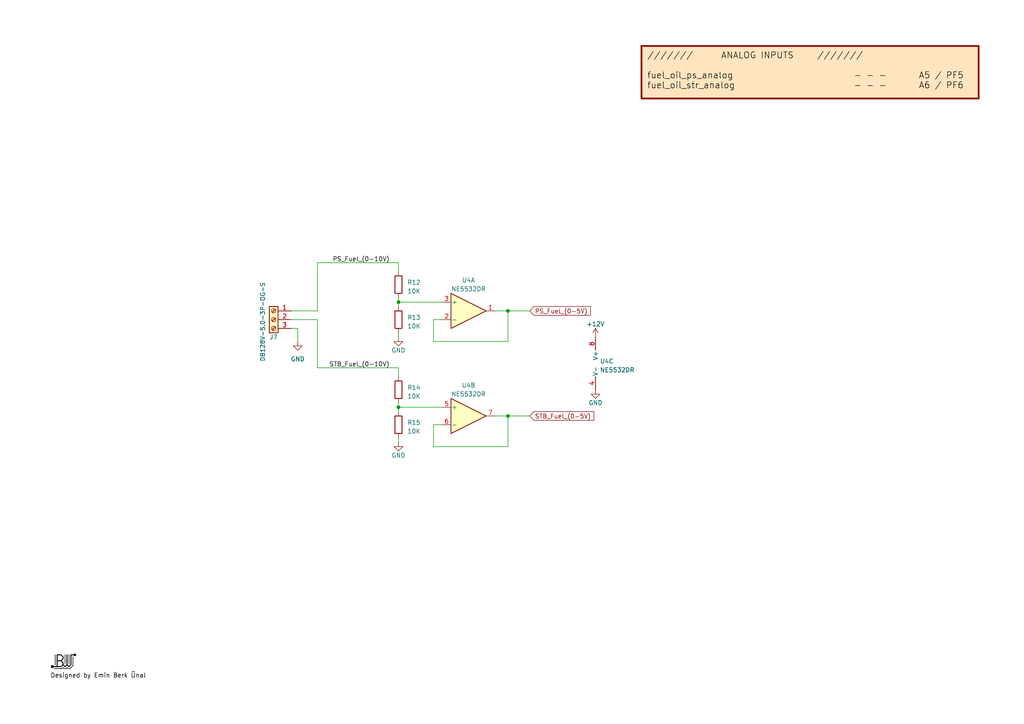
<source format=kicad_sch>
(kicad_sch (version 20230121) (generator eeschema)

  (uuid c1a5f150-28aa-4a69-8597-aad5ef29f966)

  (paper "A4")

  (title_block
    (title "Fuel Measurement")
    (date "2023-05-16")
    (rev "2")
    (company "OES Maritime Systems Eng. Ltd. Sti.")
  )

  (lib_symbols
    (symbol "Amplifier_Operational:LM358" (pin_names (offset 0.127)) (in_bom yes) (on_board yes)
      (property "Reference" "U" (at 0 5.08 0)
        (effects (font (size 1.27 1.27)) (justify left))
      )
      (property "Value" "LM358" (at 0 -5.08 0)
        (effects (font (size 1.27 1.27)) (justify left))
      )
      (property "Footprint" "" (at 0 0 0)
        (effects (font (size 1.27 1.27)) hide)
      )
      (property "Datasheet" "http://www.ti.com/lit/ds/symlink/lm2904-n.pdf" (at 0 0 0)
        (effects (font (size 1.27 1.27)) hide)
      )
      (property "ki_locked" "" (at 0 0 0)
        (effects (font (size 1.27 1.27)))
      )
      (property "ki_keywords" "dual opamp" (at 0 0 0)
        (effects (font (size 1.27 1.27)) hide)
      )
      (property "ki_description" "Low-Power, Dual Operational Amplifiers, DIP-8/SOIC-8/TO-99-8" (at 0 0 0)
        (effects (font (size 1.27 1.27)) hide)
      )
      (property "ki_fp_filters" "SOIC*3.9x4.9mm*P1.27mm* DIP*W7.62mm* TO*99* OnSemi*Micro8* TSSOP*3x3mm*P0.65mm* TSSOP*4.4x3mm*P0.65mm* MSOP*3x3mm*P0.65mm* SSOP*3.9x4.9mm*P0.635mm* LFCSP*2x2mm*P0.5mm* *SIP* SOIC*5.3x6.2mm*P1.27mm*" (at 0 0 0)
        (effects (font (size 1.27 1.27)) hide)
      )
      (symbol "LM358_1_1"
        (polyline
          (pts
            (xy -5.08 5.08)
            (xy 5.08 0)
            (xy -5.08 -5.08)
            (xy -5.08 5.08)
          )
          (stroke (width 0.254) (type default))
          (fill (type background))
        )
        (pin output line (at 7.62 0 180) (length 2.54)
          (name "~" (effects (font (size 1.27 1.27))))
          (number "1" (effects (font (size 1.27 1.27))))
        )
        (pin input line (at -7.62 -2.54 0) (length 2.54)
          (name "-" (effects (font (size 1.27 1.27))))
          (number "2" (effects (font (size 1.27 1.27))))
        )
        (pin input line (at -7.62 2.54 0) (length 2.54)
          (name "+" (effects (font (size 1.27 1.27))))
          (number "3" (effects (font (size 1.27 1.27))))
        )
      )
      (symbol "LM358_2_1"
        (polyline
          (pts
            (xy -5.08 5.08)
            (xy 5.08 0)
            (xy -5.08 -5.08)
            (xy -5.08 5.08)
          )
          (stroke (width 0.254) (type default))
          (fill (type background))
        )
        (pin input line (at -7.62 2.54 0) (length 2.54)
          (name "+" (effects (font (size 1.27 1.27))))
          (number "5" (effects (font (size 1.27 1.27))))
        )
        (pin input line (at -7.62 -2.54 0) (length 2.54)
          (name "-" (effects (font (size 1.27 1.27))))
          (number "6" (effects (font (size 1.27 1.27))))
        )
        (pin output line (at 7.62 0 180) (length 2.54)
          (name "~" (effects (font (size 1.27 1.27))))
          (number "7" (effects (font (size 1.27 1.27))))
        )
      )
      (symbol "LM358_3_1"
        (pin power_in line (at -2.54 -7.62 90) (length 3.81)
          (name "V-" (effects (font (size 1.27 1.27))))
          (number "4" (effects (font (size 1.27 1.27))))
        )
        (pin power_in line (at -2.54 7.62 270) (length 3.81)
          (name "V+" (effects (font (size 1.27 1.27))))
          (number "8" (effects (font (size 1.27 1.27))))
        )
      )
    )
    (symbol "Connector:Screw_Terminal_01x03" (pin_names (offset 1.016) hide) (in_bom yes) (on_board yes)
      (property "Reference" "J" (at 0 5.08 0)
        (effects (font (size 1.27 1.27)))
      )
      (property "Value" "Screw_Terminal_01x03" (at 0 -5.08 0)
        (effects (font (size 1.27 1.27)))
      )
      (property "Footprint" "" (at 0 0 0)
        (effects (font (size 1.27 1.27)) hide)
      )
      (property "Datasheet" "~" (at 0 0 0)
        (effects (font (size 1.27 1.27)) hide)
      )
      (property "ki_keywords" "screw terminal" (at 0 0 0)
        (effects (font (size 1.27 1.27)) hide)
      )
      (property "ki_description" "Generic screw terminal, single row, 01x03, script generated (kicad-library-utils/schlib/autogen/connector/)" (at 0 0 0)
        (effects (font (size 1.27 1.27)) hide)
      )
      (property "ki_fp_filters" "TerminalBlock*:*" (at 0 0 0)
        (effects (font (size 1.27 1.27)) hide)
      )
      (symbol "Screw_Terminal_01x03_1_1"
        (rectangle (start -1.27 3.81) (end 1.27 -3.81)
          (stroke (width 0.254) (type default))
          (fill (type background))
        )
        (circle (center 0 -2.54) (radius 0.635)
          (stroke (width 0.1524) (type default))
          (fill (type none))
        )
        (polyline
          (pts
            (xy -0.5334 -2.2098)
            (xy 0.3302 -3.048)
          )
          (stroke (width 0.1524) (type default))
          (fill (type none))
        )
        (polyline
          (pts
            (xy -0.5334 0.3302)
            (xy 0.3302 -0.508)
          )
          (stroke (width 0.1524) (type default))
          (fill (type none))
        )
        (polyline
          (pts
            (xy -0.5334 2.8702)
            (xy 0.3302 2.032)
          )
          (stroke (width 0.1524) (type default))
          (fill (type none))
        )
        (polyline
          (pts
            (xy -0.3556 -2.032)
            (xy 0.508 -2.8702)
          )
          (stroke (width 0.1524) (type default))
          (fill (type none))
        )
        (polyline
          (pts
            (xy -0.3556 0.508)
            (xy 0.508 -0.3302)
          )
          (stroke (width 0.1524) (type default))
          (fill (type none))
        )
        (polyline
          (pts
            (xy -0.3556 3.048)
            (xy 0.508 2.2098)
          )
          (stroke (width 0.1524) (type default))
          (fill (type none))
        )
        (circle (center 0 0) (radius 0.635)
          (stroke (width 0.1524) (type default))
          (fill (type none))
        )
        (circle (center 0 2.54) (radius 0.635)
          (stroke (width 0.1524) (type default))
          (fill (type none))
        )
        (pin passive line (at -5.08 2.54 0) (length 3.81)
          (name "Pin_1" (effects (font (size 1.27 1.27))))
          (number "1" (effects (font (size 1.27 1.27))))
        )
        (pin passive line (at -5.08 0 0) (length 3.81)
          (name "Pin_2" (effects (font (size 1.27 1.27))))
          (number "2" (effects (font (size 1.27 1.27))))
        )
        (pin passive line (at -5.08 -2.54 0) (length 3.81)
          (name "Pin_3" (effects (font (size 1.27 1.27))))
          (number "3" (effects (font (size 1.27 1.27))))
        )
      )
    )
    (symbol "Device:R" (pin_numbers hide) (pin_names (offset 0)) (in_bom yes) (on_board yes)
      (property "Reference" "R" (at 2.032 0 90)
        (effects (font (size 1.27 1.27)))
      )
      (property "Value" "R" (at 0 0 90)
        (effects (font (size 1.27 1.27)))
      )
      (property "Footprint" "" (at -1.778 0 90)
        (effects (font (size 1.27 1.27)) hide)
      )
      (property "Datasheet" "~" (at 0 0 0)
        (effects (font (size 1.27 1.27)) hide)
      )
      (property "ki_keywords" "R res resistor" (at 0 0 0)
        (effects (font (size 1.27 1.27)) hide)
      )
      (property "ki_description" "Resistor" (at 0 0 0)
        (effects (font (size 1.27 1.27)) hide)
      )
      (property "ki_fp_filters" "R_*" (at 0 0 0)
        (effects (font (size 1.27 1.27)) hide)
      )
      (symbol "R_0_1"
        (rectangle (start -1.016 -2.54) (end 1.016 2.54)
          (stroke (width 0.254) (type default))
          (fill (type none))
        )
      )
      (symbol "R_1_1"
        (pin passive line (at 0 3.81 270) (length 1.27)
          (name "~" (effects (font (size 1.27 1.27))))
          (number "1" (effects (font (size 1.27 1.27))))
        )
        (pin passive line (at 0 -3.81 90) (length 1.27)
          (name "~" (effects (font (size 1.27 1.27))))
          (number "2" (effects (font (size 1.27 1.27))))
        )
      )
    )
    (symbol "power:+12V" (power) (pin_names (offset 0)) (in_bom yes) (on_board yes)
      (property "Reference" "#PWR" (at 0 -3.81 0)
        (effects (font (size 1.27 1.27)) hide)
      )
      (property "Value" "+12V" (at 0 3.556 0)
        (effects (font (size 1.27 1.27)))
      )
      (property "Footprint" "" (at 0 0 0)
        (effects (font (size 1.27 1.27)) hide)
      )
      (property "Datasheet" "" (at 0 0 0)
        (effects (font (size 1.27 1.27)) hide)
      )
      (property "ki_keywords" "global power" (at 0 0 0)
        (effects (font (size 1.27 1.27)) hide)
      )
      (property "ki_description" "Power symbol creates a global label with name \"+12V\"" (at 0 0 0)
        (effects (font (size 1.27 1.27)) hide)
      )
      (symbol "+12V_0_1"
        (polyline
          (pts
            (xy -0.762 1.27)
            (xy 0 2.54)
          )
          (stroke (width 0) (type default))
          (fill (type none))
        )
        (polyline
          (pts
            (xy 0 0)
            (xy 0 2.54)
          )
          (stroke (width 0) (type default))
          (fill (type none))
        )
        (polyline
          (pts
            (xy 0 2.54)
            (xy 0.762 1.27)
          )
          (stroke (width 0) (type default))
          (fill (type none))
        )
      )
      (symbol "+12V_1_1"
        (pin power_in line (at 0 0 90) (length 0) hide
          (name "+12V" (effects (font (size 1.27 1.27))))
          (number "1" (effects (font (size 1.27 1.27))))
        )
      )
    )
    (symbol "power:GND" (power) (pin_names (offset 0)) (in_bom yes) (on_board yes)
      (property "Reference" "#PWR" (at 0 -6.35 0)
        (effects (font (size 1.27 1.27)) hide)
      )
      (property "Value" "GND" (at 0 -3.81 0)
        (effects (font (size 1.27 1.27)))
      )
      (property "Footprint" "" (at 0 0 0)
        (effects (font (size 1.27 1.27)) hide)
      )
      (property "Datasheet" "" (at 0 0 0)
        (effects (font (size 1.27 1.27)) hide)
      )
      (property "ki_keywords" "global power" (at 0 0 0)
        (effects (font (size 1.27 1.27)) hide)
      )
      (property "ki_description" "Power symbol creates a global label with name \"GND\" , ground" (at 0 0 0)
        (effects (font (size 1.27 1.27)) hide)
      )
      (symbol "GND_0_1"
        (polyline
          (pts
            (xy 0 0)
            (xy 0 -1.27)
            (xy 1.27 -1.27)
            (xy 0 -2.54)
            (xy -1.27 -1.27)
            (xy 0 -1.27)
          )
          (stroke (width 0) (type default))
          (fill (type none))
        )
      )
      (symbol "GND_1_1"
        (pin power_in line (at 0 0 270) (length 0) hide
          (name "GND" (effects (font (size 1.27 1.27))))
          (number "1" (effects (font (size 1.27 1.27))))
        )
      )
    )
  )

  (junction (at 147.32 120.65) (diameter 0) (color 0 0 0 0)
    (uuid 1c6f4ac5-6d51-4a0a-b037-8de25698102c)
  )
  (junction (at 115.57 87.63) (diameter 0) (color 0 0 0 0)
    (uuid 7525040e-c11c-4017-a482-14df42fa0c2d)
  )
  (junction (at 115.57 118.11) (diameter 0) (color 0 0 0 0)
    (uuid cff59d47-5501-496e-afcb-49641886c64f)
  )
  (junction (at 147.32 90.17) (diameter 0) (color 0 0 0 0)
    (uuid f0f7fc45-da67-4c99-9108-ed07095aa0f1)
  )

  (wire (pts (xy 92.075 106.68) (xy 115.57 106.68))
    (stroke (width 0) (type default))
    (uuid 042b9f8d-246a-4f5d-9f24-16196c7e7d8f)
  )
  (wire (pts (xy 115.57 109.22) (xy 115.57 106.68))
    (stroke (width 0) (type default))
    (uuid 06c6d68b-ee18-42b5-92b1-ddc5eee0d331)
  )
  (wire (pts (xy 92.075 76.2) (xy 115.57 76.2))
    (stroke (width 0) (type default))
    (uuid 0fd46ed9-9cac-4537-95f9-addebe883a1d)
  )
  (wire (pts (xy 84.455 95.25) (xy 86.36 95.25))
    (stroke (width 0) (type default))
    (uuid 118f1643-14e5-4349-8237-3d7082fe764f)
  )
  (wire (pts (xy 128.27 123.19) (xy 125.73 123.19))
    (stroke (width 0) (type default))
    (uuid 187fe55f-8410-4c51-afbb-2627805fca02)
  )
  (wire (pts (xy 125.73 99.06) (xy 147.32 99.06))
    (stroke (width 0) (type default))
    (uuid 19849a89-09c8-4bf3-93c8-1795f11ce3bf)
  )
  (wire (pts (xy 115.57 127) (xy 115.57 128.27))
    (stroke (width 0) (type default))
    (uuid 1d6bee65-0653-4843-89ac-805fad82c3a5)
  )
  (wire (pts (xy 128.27 92.71) (xy 125.73 92.71))
    (stroke (width 0) (type default))
    (uuid 221d40ea-a94c-424d-9807-586183dde819)
  )
  (wire (pts (xy 115.57 87.63) (xy 115.57 88.9))
    (stroke (width 0) (type default))
    (uuid 3cc89774-a466-4624-bef4-f0e26bc3948a)
  )
  (wire (pts (xy 147.32 99.06) (xy 147.32 90.17))
    (stroke (width 0) (type default))
    (uuid 3f3f3f9f-326a-44ec-9e90-274a2926995d)
  )
  (wire (pts (xy 128.27 87.63) (xy 115.57 87.63))
    (stroke (width 0) (type default))
    (uuid 4693d780-8bc1-41c5-9fcf-8913497ce8d1)
  )
  (wire (pts (xy 125.73 92.71) (xy 125.73 99.06))
    (stroke (width 0) (type default))
    (uuid 550e0ea3-8f27-4ba6-84d4-05bef15b3618)
  )
  (wire (pts (xy 84.455 92.71) (xy 92.075 92.71))
    (stroke (width 0) (type default))
    (uuid 5d9f9aee-2449-4a29-9a0c-3c58508b31f6)
  )
  (wire (pts (xy 147.32 120.65) (xy 153.67 120.65))
    (stroke (width 0) (type default))
    (uuid 6ac04dac-d7a3-4e49-b04d-74149d3cb7d6)
  )
  (wire (pts (xy 115.57 118.11) (xy 115.57 119.38))
    (stroke (width 0) (type default))
    (uuid 6e866a51-404e-4c7e-bd23-1967cba983ca)
  )
  (wire (pts (xy 92.075 92.71) (xy 92.075 106.68))
    (stroke (width 0) (type default))
    (uuid 753f9fa1-3bbd-40ef-a272-80f53c35d39c)
  )
  (wire (pts (xy 86.36 95.25) (xy 86.36 99.06))
    (stroke (width 0) (type default))
    (uuid 80774a18-a607-4c89-b670-777f61bfc741)
  )
  (wire (pts (xy 147.32 120.65) (xy 143.51 120.65))
    (stroke (width 0) (type default))
    (uuid 81dff335-54fc-4dc4-a07b-37dae47419c2)
  )
  (wire (pts (xy 125.73 123.19) (xy 125.73 129.54))
    (stroke (width 0) (type default))
    (uuid 8393b7f0-985e-45ac-a4b2-4582281f64ea)
  )
  (wire (pts (xy 115.57 86.36) (xy 115.57 87.63))
    (stroke (width 0) (type default))
    (uuid 87b58b6a-adab-4503-b15a-5365fc4848c8)
  )
  (wire (pts (xy 143.51 90.17) (xy 147.32 90.17))
    (stroke (width 0) (type default))
    (uuid 8a41a0b8-b1ef-4acf-945c-7c27cf3e6772)
  )
  (wire (pts (xy 147.32 90.17) (xy 153.67 90.17))
    (stroke (width 0) (type default))
    (uuid a7eb6f12-4041-431a-9e72-709b9128ecb2)
  )
  (wire (pts (xy 84.455 90.17) (xy 92.075 90.17))
    (stroke (width 0) (type default))
    (uuid aa2be6db-d35c-4a43-b4af-41ccbcb59704)
  )
  (wire (pts (xy 115.57 96.52) (xy 115.57 97.79))
    (stroke (width 0) (type default))
    (uuid c48466e6-263a-4754-943c-eb8aa31cff08)
  )
  (wire (pts (xy 115.57 78.74) (xy 115.57 76.2))
    (stroke (width 0) (type default))
    (uuid c7483c30-0bea-4b87-8b4d-54bfd2f0d826)
  )
  (wire (pts (xy 147.32 129.54) (xy 147.32 120.65))
    (stroke (width 0) (type default))
    (uuid c8e45a41-80e0-4a56-9965-26aaf1c4aeec)
  )
  (wire (pts (xy 115.57 118.11) (xy 115.57 116.84))
    (stroke (width 0) (type default))
    (uuid db0b1cd5-b067-4d11-a51f-46d80d014f9d)
  )
  (wire (pts (xy 125.73 129.54) (xy 147.32 129.54))
    (stroke (width 0) (type default))
    (uuid dddc6f57-21f2-4d2f-9b6c-e9bda5fe0c48)
  )
  (wire (pts (xy 92.075 76.2) (xy 92.075 90.17))
    (stroke (width 0) (type default))
    (uuid e9615dcb-1189-427d-a845-64ab245c4d8b)
  )
  (wire (pts (xy 128.27 118.11) (xy 115.57 118.11))
    (stroke (width 0) (type default))
    (uuid ead1d998-348f-4784-9a45-88e3d348fdf6)
  )

  (image (at 18.415 191.77) (scale 0.232765)
    (uuid 01111f67-fd2e-4ada-8c9d-e9626d37101e)
    (data
      iVBORw0KGgoAAAANSUhEUgAAAkUAAAJFCAYAAADTfoPBAAAABHNCSVQICAgIfAhkiAAAAAlwSFlz
      AAASXAAAElwBaMQ2iQAADLBJREFUeJzt3dty48YOQFHMKf//L/s8TFTlKKLFppokgF7rNYlNyG1i
      h75FAAAAAAAAAAAAAAAAAAAAAAAAAAAAAAAAAAAAAAAAAAAAAAAAAAAAAAAAAAAAAAAAAAAAAAAA
      AAAAAAAAAAAAAAAAAAAAAAAAAAAAAAAAAAAAAAAAAAAAAAAAAAAAAAAAAAAAAAAAAAAAAAAAAAAA
      AAAAAAAAAAAAAAAAAAAAAAAAAAAAAAAAAAAAAAAAAAAAAAAAAAAAAAAAAAAAAAAAAAAAAAAAAAAA
      AAAAAAAAAAAAAAAAAAAAAAAAAAAAAAAAAAAAAAAAAAAAAAAAAAAAAAAAAAAAAAAAAAAAAAAAAAAA
      AAAAAAAAAAAAAAAAAAAAAAAAAAAAAAAAAAAAAAAAAAAAAAAAAAAAAAAAAAAAAAAAAAAAAAAAAAAA
      AAAAAAAAAAAAAAAAAAAAAAAAAAAAAAAAAAAAAAAAAAAAAAAAAAAAAAAAAAAAAAAAAAAAAAAAAAAA
      AAAAAAAAAAAAAAAAAAAAAAAAAAAAAAAAAAAAAAAAAAAAAAAAAAAAAAAAAAAAAAAAAAAAAAAAAAAA
      AAAAAAAAAPDCn7svAACS+B789+3QZnxAAVjdaAw9s0ub8IEEYFWfxtAzO7U4H0AAVjQ7iB7s1cJ8
      8ABYyVkx9Mx+LcgHDYBVXBVED3ZsMf+7+wIAADJQsQCs4OqnRA/2bCE+WAB0d1cQPdi1RfjyGQBA
      qFcAerv7KdGDfVvA190XAElkuXHewc16jq0z1O31Xflzhea6fbLCEW7yf7kfHPfuDHV5bX2ufKbL
      OWjLB4isXt18zzivbvL/1umekO0MnfXaZpuTbZ0+v1ryjdZktHXznX1TdpP/ry6vScYzdMZrm3FO
      KEsUkc27m++sm7Ob/Lbqr81VZ+huPldgMlEEvGIRvnfkNfK6QmKiCNhigQNLEUXAb4QRsAxRBLwj
      jIAliCJgD2EEtCeKgL2EEdCaKAJGCCOgLVEEjBJGQEuiCDhCGMEYf+KjgK+7LwCK6XBjm/mbjju8
      Hpwjy9kQ8OzmSRGsZ+aysnDILkOcZbgGdhBFsCZhBPBEFMG6hBGruPNJjadEhYgiWJswYhV3xIkg
      KkYUAcIIIEQR8JcwYgVXPrnxlKggUQQ8CCNW8CfODZaz3z4nEkXAT8KIVZwRLmKoOFEEPBNGrGLW
      Ux1Ph5oQRcArwoiVHI0aMdSMP/MBbPkT/iQIa3FGF+dJEfAbT4yAZYgi4B1hBCxBFAF7CCOgPVEE
      7CWMgNZEETBCGAFt+ekzYJSfSuMOr86cs8NUnhQBR3hixJW2zoizw1SiCDjK/6VzhXfhI4yYRhQB
      n5gVRhYbcDtRBHzKEyOgBVEEzCCMgPJEETCLMAJKE0XATMIIKEsUAQCEKAIAiAhRBAAQEaIIACAi
      RBEAQESIIgCAiBBFAAARIYoAACJCFAEARIQoAgCICFEEABARoggAICJEEQBARIgiAICIEEUAABEh
      igAAIkIUAQBEhCgCAIgIUQQAEBGiCAAgIkQRAEBEiCIAgIgQRQAAESGKAAAiQhQBc33ffQEAR4ki
      YBZBBJQmioAZBBFQnigCPiWIgBZEEfCJWUH0Z9LbAThMFAFHeUIEtCKKgCNmBpGnREAKoggYJYiA
      lkQRMEIQAW2JImAvQQS0JoqAPQQR0J4oAt4RRMASRBHwG0EELEMUAVsEEbAUUQS8IoiA5Ygi4Jkg
      ApYkioCfBBGwLFEEPAgiYGmiCIgQRACiCBBEABGiCFYniAD+IYpgXYII4AdRBGsSRABPRBGsRxAB
      vPB19wVAMTODojpBBLTiSRFwhCAC2hFFwChBBLQkioARgghoSxQBewkioDVRBOwhiID2RBHwjiAC
      liCKAABCFAHv+d1MwBJEEbCHMALaE0XAXsIIaE0UASOEEdCWKAJGCSOgJVEEHCGMgHa+7r4AKKbD
      7+yZFTTf0eP1AIgIT4pgRTNDxhMjoA1RBGsSRgBPRBGsSxgB/CCKYG3CCOAfoggQRgAhioC/hBGw
      PFEEPAgjYGmiCPhJGAHLEkXAM2EELEkUAa8II2A5ogjYIoyApYgi4DfCCFiGKALeEUbAEkQRsIcw
      AtoTRcBewghoTRQBI4QR0JYoAkYJI6AlUQQcIYyAdkQRcNTMMAK4nSgCPjErjDwtAm4nioBPeWIE
      tCCKgBmEEVCeKAJmEUZAaaIImEkYAWWJIgCAEEUAABEhigAAIkIUAQBEhCgCAIgIUQQAEBGiCAAg
      IkQRAEBEiCIAgIgQRQAAESGKAAAiQhQBAESEKAIAiAhRBPTz58N/XsUqc8JlRBHQ0VYQdAuFVeaE
      S3zdfQEAJ1klDFaZE07nSREAQIgiAICIEEUAABEhigAAIkIUAQBEhCgCAIgIUQQAEBGiCAAgIkQR
      MNf3Tf/t1cwJDYkiYJYZC7TCEjYnNCWKgBlmLtDMy9ic0JgoAj51xgLNuJTNCc2JIrJ598ct/fHL
      XM5coJmWsznH+DylJFFERls3VDfaXK5Y5hmCwZywiK+7LwA2CKDcrlyg33HfeTDnOJ+7lOVJETDq
      jicK3meN9ymIKE0UASPu/BLL1U9t7lJ1TkFEeaII2CvD95z4/p6c70MQ0YIoAvbIEAoPfhIs19sW
      RLThG63ryXLTdiNcR5Yz99MZ35RsznHuA7TiSVEtmW7ama6F88xeoDOXaNbfLr3SnNCKKKojY4Rk
      vCbmOWuBZgsGc44TRLQkioBXzl6gWYLBnOOuDCL/48WlRBHw7KoFencwmHOcIKI1UQT8dPUCvSsY
      zDlOENGeKAIe7lqgVweDOccJIpYgioCI+xfoVcFgznHZg8g3fTONKAKyLNCzg8Gc4wQRSxFFsLZs
      C/SsYDDnOEHEchyqOrJ+nb3qGTr6elad95XMC3SV877KnL8RRKThSRGsKXMQnfU2P2XO+QQRqYgi
      WE/2ILribY8y53yCiHQcsDqyPmZnXVfdP+4+++acTxCRkidFwBFXLqg7l6E55xNEpCWKgFF3LCjv
      s8f7FESkJoqAEas8zTDnfIKI9EQRsFeGBXXFNZhzPkFECaII2CPTgvKTYLnf9jNBRBmiCHgn44Ly
      O4Nyvc0tgohSRBHwm8wLaua1mXM+QUQ5ogjYUmFBZfs7ZGepNqcgoiRRBLxSaUFl+Yv1Z6sypyCi
      LFEEPKu4oI5csznnE0SUJoqAnyovqJFrN+d8gojyRBHw0GFB7ZnBnPMJIlpwKOu4+49F0lfH+8DW
      50u3WTPMKYhow8GsI2sUOUOwLkFEK758BsARgoh2vu6+AGAJrxZoxwW58pzvdHwdaMaTIuBsWws0
      65eEj1p9zt8IIkoQRcCZ3i3QLsFgzm2CiDJEEXCWvQu0ejCYc5sgohRRBJxhdIFWDQZzbhNElCOK
      gNmOLv5qwWDObYKIkkQRMFO1hX+UObcJIspyeGvJdiN2fvhp1vnMfq7MuS37TPArB7ieLGHk7PDT
      7HOZ9XyZc1vWWWA3hxj41Fmhnu3+ZM5t2WaAQxxk4BNnP7nMco8y57Ys1w4f843WwFFXLNAMXy42
      5zZBRCsONHDEpwt09L+/615lzm32B+041MCoWQs0ezCYc5vdQUsONjBi9gLNGgzm3GZv0JbDzZky
      fJ8E99pzj+lwTswJDTjgnKXDAuAzI/eXyufFnNCEQ84ZKt/4mePIvaXiuTEnNOJH8oHZVlmg5oRm
      RBEw0ycLtNLyNSc0JIqAWWYs0ApL2JzQlCgCZpi5QDMvY3NCYw4+Z6n4zaQcc9Z9JNsZMic05/Bz
      pmw3e+Y7+x6S5QyZEwAAAAAAAAAAAAAAAAAAAAAAAAAAAAAAAAAAAAAAAAAAAAAAAAAAAAAAAAAA
      AAAAAAAAAAAAAAAAAAAAAAAAAAAAAAAAAAAAAAAAAAAAAAAAAAAAAAAAAAAAAAAAAAAAAAAAAAAA
      AAAAAAAAAAAAAAAAAAAAAAAAAAAAAAAAAAAAAAAAAAAAAAAAAAAAAAAAAAAAAAAAAAAAAAAAAAAA
      AAAAAAAAAAAAAAAAAAAAAAAAAAAAAAAAAAAAAAAAAAAAAAAAAAAAAAAAAAAAAAAAAAAAAAAAAAAA
      AAAAAAAAAAAAAAAAAAAAAAAAAAAAAAAAAAAAAAAAAAAAAAAAAAAAAAAAAAAAAAAAAAAAAAAAAAAA
      AAAAAAAAAAAAAAAAAAAAAAAAAAAAAAAAAAAAAAAAAAAAAAAAAAAAAAAAAAAAAAAAAAAAAAAAAAAA
      AAAAAAAAAAAAAAAAAAAAAAAAAAAAAAAAAAAAAAAAAAAAAAAAAAAAAAAAAAAAAAAAAAAAAAAAAAAA
      AAAAAAAAAAAAAAAAgPX8H826bNh2AcKZAAAAAElFTkSuQmCC
    )
  )

  (text_box "///////      ANALOG INPUTS     ///////\n\nfuel_oil_ps_analog   	 		  - - -  	A5 / PF5\nfuel_oil_str_analog   	  		  - - -  	A6 / PF6"
    (at 186.055 13.335 0) (size 97.79 15.24)
    (stroke (width 0.5) (type default) (color 132 0 0 1))
    (fill (type color) (color 255 229 191 1))
    (effects (font (size 1.8 1.8) (color 0 0 0 1)) (justify left top))
    (uuid 2200d486-d793-417e-af0d-d74e5284a01f)
  )

  (text "Designed by Emin Berk Ünal" (at 14.605 196.85 0)
    (effects (font (size 1.27 1.27) (color 0 0 0 1)) (justify left bottom))
    (uuid 83a19e33-4540-48ac-bcc7-37e4587372fc)
  )

  (label "PS_Fuel_(0-10V)" (at 113.03 76.2 180) (fields_autoplaced)
    (effects (font (size 1.27 1.27)) (justify right bottom))
    (uuid 196382c0-c6a2-44c4-854b-ced6c645c173)
    (property "Intersheetrefs" "${INTERSHEET_REFS}" (at 95.7994 76.2 0)
      (effects (font (size 1.27 1.27)) (justify right) hide)
    )
  )
  (label "STB_Fuel_(0-10V)" (at 113.03 106.68 180) (fields_autoplaced)
    (effects (font (size 1.27 1.27)) (justify right bottom))
    (uuid aa5df009-db24-4605-9799-b945998ba708)
    (property "Intersheetrefs" "${INTERSHEET_REFS}" (at 94.8318 106.68 0)
      (effects (font (size 1.27 1.27)) (justify right) hide)
    )
  )

  (global_label "STB_Fuel_(0-5V)" (shape input) (at 153.67 120.65 0) (fields_autoplaced)
    (effects (font (size 1.27 1.27)) (justify left))
    (uuid 38058736-11a6-463d-835a-b537840af5d2)
    (property "Intersheetrefs" "${INTERSHEET_REFS}" (at 172.7229 120.65 0)
      (effects (font (size 1.27 1.27)) (justify left) hide)
    )
  )
  (global_label "PS_Fuel_(0-5V)" (shape input) (at 153.67 90.17 0) (fields_autoplaced)
    (effects (font (size 1.27 1.27)) (justify left))
    (uuid 99800edd-bf50-490f-aa79-002cce091342)
    (property "Intersheetrefs" "${INTERSHEET_REFS}" (at 171.7553 90.17 0)
      (effects (font (size 1.27 1.27)) (justify left) hide)
    )
  )

  (symbol (lib_id "Connector:Screw_Terminal_01x03") (at 79.375 92.71 0) (mirror y) (unit 1)
    (in_bom yes) (on_board yes) (dnp no)
    (uuid 0842870d-e80d-41c1-aa3a-f084313fd8fe)
    (property "Reference" "J7" (at 79.375 97.79 0)
      (effects (font (size 1.27 1.27)))
    )
    (property "Value" "DB128V-5.0-3P-OG-S" (at 76.2 93.345 90)
      (effects (font (size 1.27 1.27)))
    )
    (property "Footprint" "TerminalBlock_Phoenix:TerminalBlock_Phoenix_MKDS-1,5-3_1x03_P5.00mm_Horizontal" (at 79.375 92.71 0)
      (effects (font (size 1.27 1.27)) hide)
    )
    (property "Datasheet" "~" (at 79.375 92.71 0)
      (effects (font (size 1.27 1.27)) hide)
    )
    (pin "1" (uuid 2794e486-3170-489f-a87e-7f74702c0e66))
    (pin "2" (uuid ff95a472-4c53-4181-959c-4822ed5d459d))
    (pin "3" (uuid f1e68bf6-52b7-4cf6-b4a2-49fa38eeff49))
    (instances
      (project "HMI_Board_V2"
        (path "/5802d9f2-19c6-46f4-9e51-51ee16f4d494/18d2831b-3037-45ea-aeb8-6d5db4ebbedd"
          (reference "J7") (unit 1)
        )
      )
    )
  )

  (symbol (lib_id "power:GND") (at 115.57 128.27 0) (unit 1)
    (in_bom yes) (on_board yes) (dnp no) (fields_autoplaced)
    (uuid 0ebc6e11-b23e-48f1-a22f-9ee019ba5606)
    (property "Reference" "#PWR0184" (at 115.57 134.62 0)
      (effects (font (size 1.27 1.27)) hide)
    )
    (property "Value" "GND" (at 115.57 132.08 0)
      (effects (font (size 1.27 1.27)))
    )
    (property "Footprint" "" (at 115.57 128.27 0)
      (effects (font (size 1.27 1.27)) hide)
    )
    (property "Datasheet" "" (at 115.57 128.27 0)
      (effects (font (size 1.27 1.27)) hide)
    )
    (pin "1" (uuid 83e55258-1d9b-4f16-b19e-b0d1714baceb))
    (instances
      (project "HMI_Board_V2"
        (path "/5802d9f2-19c6-46f4-9e51-51ee16f4d494/18d2831b-3037-45ea-aeb8-6d5db4ebbedd"
          (reference "#PWR0184") (unit 1)
        )
      )
    )
  )

  (symbol (lib_id "Amplifier_Operational:LM358") (at 135.89 120.65 0) (unit 2)
    (in_bom yes) (on_board yes) (dnp no)
    (uuid 20ba2185-89a1-4406-a591-ff8ed34f01c1)
    (property "Reference" "U4" (at 135.89 111.76 0)
      (effects (font (size 1.27 1.27)))
    )
    (property "Value" "NE5532DR" (at 135.89 114.3 0)
      (effects (font (size 1.27 1.27)))
    )
    (property "Footprint" "MyOpAmps:LM358_SOIC-8_SMD" (at 135.89 120.65 0)
      (effects (font (size 1.27 1.27)) hide)
    )
    (property "Datasheet" "http://www.ti.com/lit/ds/symlink/lm2904-n.pdf" (at 135.89 120.65 0)
      (effects (font (size 1.27 1.27)) hide)
    )
    (pin "1" (uuid 1a3470a5-0ec2-404e-88fe-f782cbc800a0))
    (pin "2" (uuid 0f71d9eb-75f6-4224-8b9a-64c71e7a2526))
    (pin "3" (uuid e45b41ed-a9d1-434a-a51a-af846bc4cb89))
    (pin "5" (uuid 358aef9d-7441-46e9-9a83-bcc3147ebf27))
    (pin "6" (uuid 23cb8b8a-fd04-4f95-b645-c11776b1ccc2))
    (pin "7" (uuid d4efba59-6436-4c69-ad84-717023924c28))
    (pin "4" (uuid 4e6804fe-0073-413e-8a60-70cad63fb941))
    (pin "8" (uuid ce584686-4c26-44bb-a525-540e86cf69b3))
    (instances
      (project "HMI_Board_V2"
        (path "/5802d9f2-19c6-46f4-9e51-51ee16f4d494/18d2831b-3037-45ea-aeb8-6d5db4ebbedd"
          (reference "U4") (unit 2)
        )
      )
    )
  )

  (symbol (lib_id "Amplifier_Operational:LM358") (at 175.26 105.41 0) (unit 3)
    (in_bom yes) (on_board yes) (dnp no)
    (uuid 2475757a-8fdc-4992-a400-914461eba755)
    (property "Reference" "U4" (at 173.99 104.775 0)
      (effects (font (size 1.27 1.27)) (justify left))
    )
    (property "Value" "NE5532DR" (at 173.99 107.315 0)
      (effects (font (size 1.27 1.27)) (justify left))
    )
    (property "Footprint" "MyOpAmps:LM358_SOIC-8_SMD" (at 175.26 105.41 0)
      (effects (font (size 1.27 1.27)) hide)
    )
    (property "Datasheet" "http://www.ti.com/lit/ds/symlink/lm2904-n.pdf" (at 175.26 105.41 0)
      (effects (font (size 1.27 1.27)) hide)
    )
    (pin "1" (uuid 1f3fac55-5934-4fda-ba3c-f0a39b174c02))
    (pin "2" (uuid b03c1fca-4240-481f-b10e-d72f9e2f7dca))
    (pin "3" (uuid 5ab1c6fc-9948-4738-85c6-751d6053c7cb))
    (pin "5" (uuid 4cd231f5-4494-403e-b56c-c300c582bf5e))
    (pin "6" (uuid 4567504b-b12d-4db5-9b52-04c94922155a))
    (pin "7" (uuid 4611d952-4b88-4620-aa27-ca23c5a3816d))
    (pin "4" (uuid 4a701914-6dd5-49f0-a523-90908442f1b3))
    (pin "8" (uuid b68b1d98-e409-49b7-a341-349427b3de70))
    (instances
      (project "HMI_Board_V2"
        (path "/5802d9f2-19c6-46f4-9e51-51ee16f4d494/18d2831b-3037-45ea-aeb8-6d5db4ebbedd"
          (reference "U4") (unit 3)
        )
      )
    )
  )

  (symbol (lib_id "Device:R") (at 115.57 123.19 0) (unit 1)
    (in_bom yes) (on_board yes) (dnp no) (fields_autoplaced)
    (uuid 3700ebe3-77c8-4874-ab6d-07eb63d220b7)
    (property "Reference" "R15" (at 118.11 122.555 0)
      (effects (font (size 1.27 1.27)) (justify left))
    )
    (property "Value" "10K" (at 118.11 125.095 0)
      (effects (font (size 1.27 1.27)) (justify left))
    )
    (property "Footprint" "Resistor_SMD:R_0805_2012Metric" (at 113.792 123.19 90)
      (effects (font (size 1.27 1.27)) hide)
    )
    (property "Datasheet" "~" (at 115.57 123.19 0)
      (effects (font (size 1.27 1.27)) hide)
    )
    (pin "1" (uuid 238aaa8a-9ef6-46ec-a842-d6309797640a))
    (pin "2" (uuid cf7c266b-cb40-4c5d-bebe-81ae0bb3d87f))
    (instances
      (project "HMI_Board_V2"
        (path "/5802d9f2-19c6-46f4-9e51-51ee16f4d494/18d2831b-3037-45ea-aeb8-6d5db4ebbedd"
          (reference "R15") (unit 1)
        )
      )
    )
  )

  (symbol (lib_id "power:GND") (at 86.36 99.06 0) (unit 1)
    (in_bom yes) (on_board yes) (dnp no) (fields_autoplaced)
    (uuid 4ce54f4c-b8c2-47ea-8be3-f55aa69cdb2c)
    (property "Reference" "#PWR010" (at 86.36 105.41 0)
      (effects (font (size 1.27 1.27)) hide)
    )
    (property "Value" "GND" (at 86.36 104.14 0)
      (effects (font (size 1.27 1.27)))
    )
    (property "Footprint" "" (at 86.36 99.06 0)
      (effects (font (size 1.27 1.27)) hide)
    )
    (property "Datasheet" "" (at 86.36 99.06 0)
      (effects (font (size 1.27 1.27)) hide)
    )
    (pin "1" (uuid e0938933-1255-4f50-ba38-4348be6c91b3))
    (instances
      (project "HMI_Board_V2"
        (path "/5802d9f2-19c6-46f4-9e51-51ee16f4d494/18d2831b-3037-45ea-aeb8-6d5db4ebbedd"
          (reference "#PWR010") (unit 1)
        )
      )
    )
  )

  (symbol (lib_id "power:+12V") (at 172.72 97.79 0) (unit 1)
    (in_bom yes) (on_board yes) (dnp no) (fields_autoplaced)
    (uuid 4f7cbc34-45a9-4ec8-b209-fbc31e8bdf39)
    (property "Reference" "#PWR016" (at 172.72 101.6 0)
      (effects (font (size 1.27 1.27)) hide)
    )
    (property "Value" "+12V" (at 172.72 93.98 0)
      (effects (font (size 1.27 1.27)))
    )
    (property "Footprint" "" (at 172.72 97.79 0)
      (effects (font (size 1.27 1.27)) hide)
    )
    (property "Datasheet" "" (at 172.72 97.79 0)
      (effects (font (size 1.27 1.27)) hide)
    )
    (pin "1" (uuid b1d67dc3-28c9-421a-b4ad-f23e7649962b))
    (instances
      (project "HMI_Board_V2"
        (path "/5802d9f2-19c6-46f4-9e51-51ee16f4d494/18d2831b-3037-45ea-aeb8-6d5db4ebbedd"
          (reference "#PWR016") (unit 1)
        )
      )
    )
  )

  (symbol (lib_id "power:GND") (at 115.57 97.79 0) (unit 1)
    (in_bom yes) (on_board yes) (dnp no) (fields_autoplaced)
    (uuid 559ac82f-373b-43a8-8b7c-050e5f0f7377)
    (property "Reference" "#PWR0182" (at 115.57 104.14 0)
      (effects (font (size 1.27 1.27)) hide)
    )
    (property "Value" "GND" (at 115.57 101.6 0)
      (effects (font (size 1.27 1.27)))
    )
    (property "Footprint" "" (at 115.57 97.79 0)
      (effects (font (size 1.27 1.27)) hide)
    )
    (property "Datasheet" "" (at 115.57 97.79 0)
      (effects (font (size 1.27 1.27)) hide)
    )
    (pin "1" (uuid 30e30407-afd9-43ec-abdd-04a1b75eafb3))
    (instances
      (project "HMI_Board_V2"
        (path "/5802d9f2-19c6-46f4-9e51-51ee16f4d494/18d2831b-3037-45ea-aeb8-6d5db4ebbedd"
          (reference "#PWR0182") (unit 1)
        )
      )
    )
  )

  (symbol (lib_id "Device:R") (at 115.57 92.71 0) (unit 1)
    (in_bom yes) (on_board yes) (dnp no) (fields_autoplaced)
    (uuid 9b7df1e3-b1ce-435d-852f-da5db841c63d)
    (property "Reference" "R13" (at 118.11 92.075 0)
      (effects (font (size 1.27 1.27)) (justify left))
    )
    (property "Value" "10K" (at 118.11 94.615 0)
      (effects (font (size 1.27 1.27)) (justify left))
    )
    (property "Footprint" "Resistor_SMD:R_0805_2012Metric" (at 113.792 92.71 90)
      (effects (font (size 1.27 1.27)) hide)
    )
    (property "Datasheet" "~" (at 115.57 92.71 0)
      (effects (font (size 1.27 1.27)) hide)
    )
    (pin "1" (uuid 2fb2e1fa-1fec-4448-92e9-984855bc4e63))
    (pin "2" (uuid ff780743-2d19-43f0-85a4-2dab4a9959ad))
    (instances
      (project "HMI_Board_V2"
        (path "/5802d9f2-19c6-46f4-9e51-51ee16f4d494/18d2831b-3037-45ea-aeb8-6d5db4ebbedd"
          (reference "R13") (unit 1)
        )
      )
    )
  )

  (symbol (lib_id "power:GND") (at 172.72 113.03 0) (unit 1)
    (in_bom yes) (on_board yes) (dnp no) (fields_autoplaced)
    (uuid a064d1f8-ad2c-4310-817e-fce7245b60c7)
    (property "Reference" "#PWR0183" (at 172.72 119.38 0)
      (effects (font (size 1.27 1.27)) hide)
    )
    (property "Value" "GND" (at 172.72 116.84 0)
      (effects (font (size 1.27 1.27)))
    )
    (property "Footprint" "" (at 172.72 113.03 0)
      (effects (font (size 1.27 1.27)) hide)
    )
    (property "Datasheet" "" (at 172.72 113.03 0)
      (effects (font (size 1.27 1.27)) hide)
    )
    (pin "1" (uuid ec0a567e-4219-4ef9-9e0b-4f27312323d6))
    (instances
      (project "HMI_Board_V2"
        (path "/5802d9f2-19c6-46f4-9e51-51ee16f4d494/18d2831b-3037-45ea-aeb8-6d5db4ebbedd"
          (reference "#PWR0183") (unit 1)
        )
      )
    )
  )

  (symbol (lib_id "Device:R") (at 115.57 113.03 0) (unit 1)
    (in_bom yes) (on_board yes) (dnp no) (fields_autoplaced)
    (uuid b6c9bcf1-105d-4f27-b514-1704342c2f26)
    (property "Reference" "R14" (at 118.11 112.395 0)
      (effects (font (size 1.27 1.27)) (justify left))
    )
    (property "Value" "10K" (at 118.11 114.935 0)
      (effects (font (size 1.27 1.27)) (justify left))
    )
    (property "Footprint" "Resistor_SMD:R_0805_2012Metric" (at 113.792 113.03 90)
      (effects (font (size 1.27 1.27)) hide)
    )
    (property "Datasheet" "~" (at 115.57 113.03 0)
      (effects (font (size 1.27 1.27)) hide)
    )
    (pin "1" (uuid 38bd27ad-6dc7-4242-aaee-54cc6d98c967))
    (pin "2" (uuid 69520a1b-c65a-45e3-b699-174651d188ca))
    (instances
      (project "HMI_Board_V2"
        (path "/5802d9f2-19c6-46f4-9e51-51ee16f4d494/18d2831b-3037-45ea-aeb8-6d5db4ebbedd"
          (reference "R14") (unit 1)
        )
      )
    )
  )

  (symbol (lib_id "Device:R") (at 115.57 82.55 0) (unit 1)
    (in_bom yes) (on_board yes) (dnp no) (fields_autoplaced)
    (uuid bbea1954-3abc-4e13-87d0-65c61a8f264b)
    (property "Reference" "R12" (at 118.11 81.915 0)
      (effects (font (size 1.27 1.27)) (justify left))
    )
    (property "Value" "10K" (at 118.11 84.455 0)
      (effects (font (size 1.27 1.27)) (justify left))
    )
    (property "Footprint" "Resistor_SMD:R_0805_2012Metric" (at 113.792 82.55 90)
      (effects (font (size 1.27 1.27)) hide)
    )
    (property "Datasheet" "~" (at 115.57 82.55 0)
      (effects (font (size 1.27 1.27)) hide)
    )
    (pin "1" (uuid ea44662b-cd8c-4be9-9f1e-59c50bbe6d40))
    (pin "2" (uuid d0399b23-acc1-449f-8450-9d43f20ed851))
    (instances
      (project "HMI_Board_V2"
        (path "/5802d9f2-19c6-46f4-9e51-51ee16f4d494/18d2831b-3037-45ea-aeb8-6d5db4ebbedd"
          (reference "R12") (unit 1)
        )
      )
    )
  )

  (symbol (lib_id "Amplifier_Operational:LM358") (at 135.89 90.17 0) (unit 1)
    (in_bom yes) (on_board yes) (dnp no)
    (uuid d7a778c5-54e6-4b80-8915-ecf3c764a983)
    (property "Reference" "U4" (at 135.89 81.28 0)
      (effects (font (size 1.27 1.27)))
    )
    (property "Value" "NE5532DR" (at 135.89 83.82 0)
      (effects (font (size 1.27 1.27)))
    )
    (property "Footprint" "MyOpAmps:LM358_SOIC-8_SMD" (at 135.89 90.17 0)
      (effects (font (size 1.27 1.27)) hide)
    )
    (property "Datasheet" "http://www.ti.com/lit/ds/symlink/lm2904-n.pdf" (at 135.89 90.17 0)
      (effects (font (size 1.27 1.27)) hide)
    )
    (pin "1" (uuid bd3e2223-a571-4098-af36-608ea4101068))
    (pin "2" (uuid 056cc866-6bb0-40d6-ae50-9821e8cf9642))
    (pin "3" (uuid 62f3d37d-e8c3-471c-a1ea-ad6d4284117f))
    (pin "5" (uuid 50626146-3afb-4c52-9886-d923409fbd0b))
    (pin "6" (uuid 08270cff-5016-40d2-8adb-7ab5d1d18657))
    (pin "7" (uuid 1d59e7c4-1e6e-48ac-93d1-981e988eb1bc))
    (pin "4" (uuid 7bdf800e-dab5-4393-894a-d0d1ab31f5f8))
    (pin "8" (uuid a6cb3c16-1a29-45ce-bfb4-05824911b3f9))
    (instances
      (project "HMI_Board_V2"
        (path "/5802d9f2-19c6-46f4-9e51-51ee16f4d494/18d2831b-3037-45ea-aeb8-6d5db4ebbedd"
          (reference "U4") (unit 1)
        )
      )
    )
  )
)

</source>
